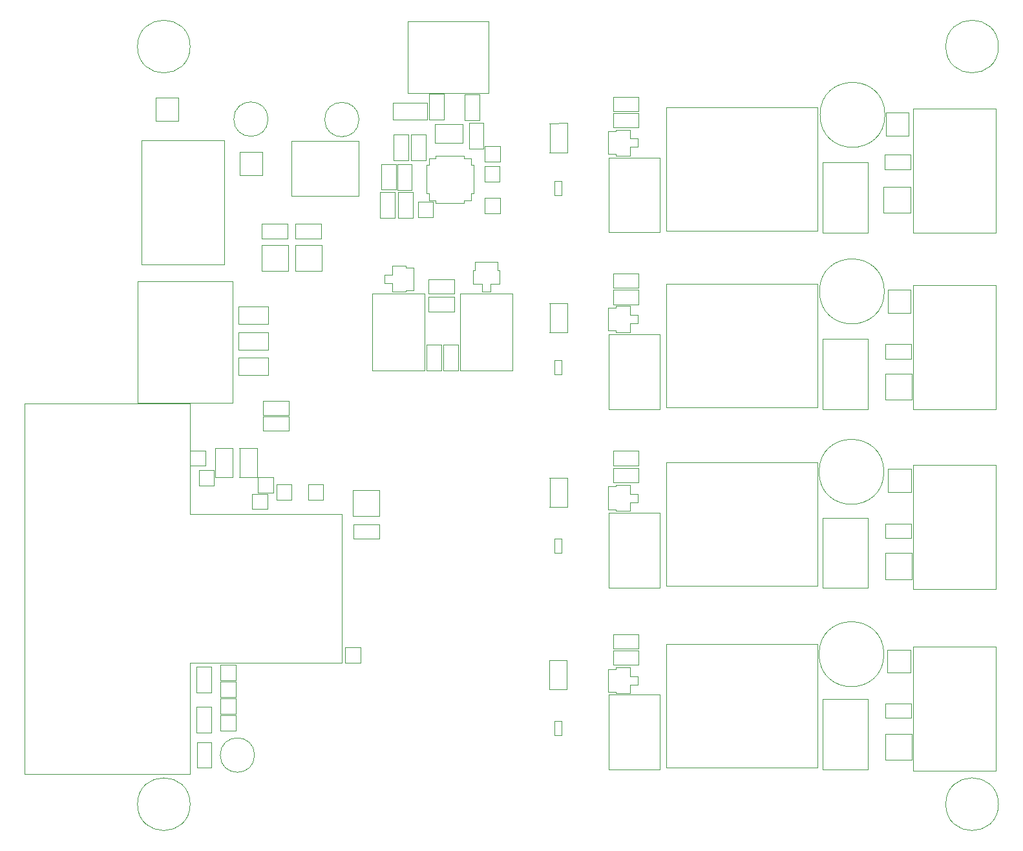
<source format=gbr>
G04 #@! TF.GenerationSoftware,KiCad,Pcbnew,9.0.2*
G04 #@! TF.CreationDate,2025-06-16T21:06:24+01:00*
G04 #@! TF.ProjectId,WS2812B_strip_driver_wled,57533238-3132-4425-9f73-747269705f64,rev?*
G04 #@! TF.SameCoordinates,Original*
G04 #@! TF.FileFunction,Other,User*
%FSLAX46Y46*%
G04 Gerber Fmt 4.6, Leading zero omitted, Abs format (unit mm)*
G04 Created by KiCad (PCBNEW 9.0.2) date 2025-06-16 21:06:24*
%MOMM*%
%LPD*%
G01*
G04 APERTURE LIST*
%ADD10C,0.050000*%
G04 APERTURE END LIST*
D10*
G04 #@! TO.C,Q1*
X74817500Y-88489503D02*
X75847500Y-88489503D01*
X74817500Y-91489503D02*
X74817500Y-88489503D01*
X75847500Y-88289503D02*
X77647500Y-88289503D01*
X75847500Y-88489503D02*
X75847500Y-88289503D01*
X75847500Y-91489503D02*
X74817500Y-91489503D01*
X75847500Y-91689503D02*
X75847500Y-91489503D01*
X77647500Y-88289503D02*
X77647500Y-89439503D01*
X77647500Y-89439503D02*
X78677500Y-89439503D01*
X77647500Y-90539503D02*
X77647500Y-91689503D01*
X77647500Y-91689503D02*
X75847500Y-91689503D01*
X78677500Y-89439503D02*
X78677500Y-90539503D01*
X78677500Y-90539503D02*
X77647500Y-90539503D01*
G04 #@! TO.C,R5*
X75460000Y-84009183D02*
X78820000Y-84009183D01*
X75460000Y-85909183D02*
X75460000Y-84009183D01*
X78820000Y-84009183D02*
X78820000Y-85909183D01*
X78820000Y-85909183D02*
X75460000Y-85909183D01*
G04 #@! TO.C,R1*
X75460000Y-86089503D02*
X78820000Y-86089503D01*
X75460000Y-87989503D02*
X75460000Y-86089503D01*
X78820000Y-86089503D02*
X78820000Y-87989503D01*
X78820000Y-87989503D02*
X75460000Y-87989503D01*
G04 #@! TO.C,D6*
X74875000Y-91939503D02*
X81575000Y-91939503D01*
X74875000Y-101739503D02*
X74875000Y-91939503D01*
X81575000Y-91939503D02*
X81575000Y-101739503D01*
X81575000Y-101739503D02*
X74875000Y-101739503D01*
G04 #@! TO.C,K1*
X82425000Y-85349503D02*
X82425000Y-101549503D01*
X82425000Y-101549503D02*
X102225000Y-101549503D01*
X102225000Y-85349503D02*
X82425000Y-85349503D01*
X102225000Y-101549503D02*
X102225000Y-85349503D01*
G04 #@! TO.C,J1*
X114790000Y-85534503D02*
X114790000Y-101784503D01*
X114790000Y-101784503D02*
X125600000Y-101784503D01*
X125600000Y-85534503D02*
X114790000Y-85534503D01*
X125600000Y-101784503D02*
X125600000Y-85534503D01*
G04 #@! TO.C,R12*
X111068708Y-91550091D02*
X114428708Y-91550091D01*
X111068708Y-93450091D02*
X111068708Y-91550091D01*
X114428708Y-91550091D02*
X114428708Y-93450091D01*
X114428708Y-93450091D02*
X111068708Y-93450091D01*
G04 #@! TO.C,D1*
X110911208Y-95740091D02*
X114411208Y-95740091D01*
X110911208Y-99140091D02*
X110911208Y-95740091D01*
X114411208Y-95740091D02*
X114411208Y-99140091D01*
X114411208Y-99140091D02*
X110911208Y-99140091D01*
G04 #@! TO.C,F1*
X102920000Y-92584503D02*
X108880000Y-92584503D01*
X102920000Y-101784503D02*
X102920000Y-92584503D01*
X108880000Y-92584503D02*
X108880000Y-101784503D01*
X108880000Y-101784503D02*
X102920000Y-101784503D01*
G04 #@! TO.C,C13*
X111075000Y-86344503D02*
G75*
G02*
X102575000Y-86344503I-4250000J0D01*
G01*
X102575000Y-86344503D02*
G75*
G02*
X111075000Y-86344503I4250000J0D01*
G01*
G04 #@! TO.C,TP_CH1*
X111220000Y-86080000D02*
X111220000Y-89080000D01*
X111220000Y-86080000D02*
X114220000Y-86080000D01*
X114220000Y-89080000D02*
X111220000Y-89080000D01*
X114220000Y-89080000D02*
X114220000Y-86080000D01*
G04 #@! TO.C,R6*
X75460000Y-107109669D02*
X78820000Y-107109669D01*
X75460000Y-109009669D02*
X75460000Y-107109669D01*
X78820000Y-107109669D02*
X78820000Y-109009669D01*
X78820000Y-109009669D02*
X75460000Y-109009669D01*
G04 #@! TO.C,K2*
X82425000Y-108471336D02*
X82425000Y-124671336D01*
X82425000Y-124671336D02*
X102225000Y-124671336D01*
X102225000Y-108471336D02*
X82425000Y-108471336D01*
X102225000Y-124671336D02*
X102225000Y-108471336D01*
G04 #@! TO.C,D7*
X74875000Y-115061336D02*
X81575000Y-115061336D01*
X74875000Y-124861336D02*
X74875000Y-115061336D01*
X81575000Y-115061336D02*
X81575000Y-124861336D01*
X81575000Y-124861336D02*
X74875000Y-124861336D01*
G04 #@! TO.C,D2*
X111090000Y-120259669D02*
X114590000Y-120259669D01*
X111090000Y-123659669D02*
X111090000Y-120259669D01*
X114590000Y-120259669D02*
X114590000Y-123659669D01*
X114590000Y-123659669D02*
X111090000Y-123659669D01*
G04 #@! TO.C,C12*
X111000000Y-109459669D02*
G75*
G02*
X102500000Y-109459669I-4250000J0D01*
G01*
X102500000Y-109459669D02*
G75*
G02*
X111000000Y-109459669I4250000J0D01*
G01*
G04 #@! TO.C,R2*
X75460000Y-109259669D02*
X78820000Y-109259669D01*
X75460000Y-111159669D02*
X75460000Y-109259669D01*
X78820000Y-109259669D02*
X78820000Y-111159669D01*
X78820000Y-111159669D02*
X75460000Y-111159669D01*
G04 #@! TO.C,F2*
X102920000Y-115706336D02*
X108880000Y-115706336D01*
X102920000Y-124906336D02*
X102920000Y-115706336D01*
X108880000Y-115706336D02*
X108880000Y-124906336D01*
X108880000Y-124906336D02*
X102920000Y-124906336D01*
G04 #@! TO.C,R11*
X111160000Y-116369669D02*
X114520000Y-116369669D01*
X111160000Y-118269669D02*
X111160000Y-116369669D01*
X114520000Y-116369669D02*
X114520000Y-118269669D01*
X114520000Y-118269669D02*
X111160000Y-118269669D01*
G04 #@! TO.C,J2*
X114790000Y-108656336D02*
X114790000Y-124906336D01*
X114790000Y-124906336D02*
X125600000Y-124906336D01*
X125600000Y-108656336D02*
X114790000Y-108656336D01*
X125600000Y-124906336D02*
X125600000Y-108656336D01*
G04 #@! TO.C,TP_CH2*
X111460000Y-109256336D02*
X111460000Y-112256336D01*
X111460000Y-109256336D02*
X114460000Y-109256336D01*
X114460000Y-112256336D02*
X111460000Y-112256336D01*
X114460000Y-112256336D02*
X114460000Y-109256336D01*
G04 #@! TO.C,Q2*
X74817500Y-111589669D02*
X75847500Y-111589669D01*
X74817500Y-114589669D02*
X74817500Y-111589669D01*
X75847500Y-111389669D02*
X77647500Y-111389669D01*
X75847500Y-111589669D02*
X75847500Y-111389669D01*
X75847500Y-114589669D02*
X74817500Y-114589669D01*
X75847500Y-114789669D02*
X75847500Y-114589669D01*
X77647500Y-111389669D02*
X77647500Y-112539669D01*
X77647500Y-112539669D02*
X78677500Y-112539669D01*
X77647500Y-113639669D02*
X77647500Y-114789669D01*
X77647500Y-114789669D02*
X75847500Y-114789669D01*
X78677500Y-112539669D02*
X78677500Y-113639669D01*
X78677500Y-113639669D02*
X77647500Y-113639669D01*
G04 #@! TO.C,TP_EN_CH4*
X69431420Y-157733090D02*
X69431420Y-161586910D01*
X67145420Y-157733090D02*
X67145420Y-161586910D01*
X67144780Y-157733090D02*
X69431420Y-157726110D01*
X67144780Y-161593890D02*
X69431420Y-161586910D01*
G04 #@! TO.C,D10*
X41370000Y-135450000D02*
X44870000Y-135450000D01*
X41370000Y-138850000D02*
X41370000Y-135450000D01*
X44870000Y-135450000D02*
X44870000Y-138850000D01*
X44870000Y-138850000D02*
X41370000Y-138850000D01*
G04 #@! TO.C,C10*
X110940000Y-133082485D02*
G75*
G02*
X102440000Y-133082485I-4250000J0D01*
G01*
X102440000Y-133082485D02*
G75*
G02*
X110940000Y-133082485I4250000J0D01*
G01*
G04 #@! TO.C,C2*
X30260000Y-86905199D02*
G75*
G02*
X25760000Y-86905199I-2250000J0D01*
G01*
X25760000Y-86905199D02*
G75*
G02*
X30260000Y-86905199I2250000J0D01*
G01*
G04 #@! TO.C,H1*
X20050000Y-77400000D02*
G75*
G02*
X13150000Y-77400000I-3450000J0D01*
G01*
X13150000Y-77400000D02*
G75*
G02*
X20050000Y-77400000I3450000J0D01*
G01*
G04 #@! TO.C,R7*
X75460000Y-130349834D02*
X78820000Y-130349834D01*
X75460000Y-132249834D02*
X75460000Y-130349834D01*
X78820000Y-130349834D02*
X78820000Y-132249834D01*
X78820000Y-132249834D02*
X75460000Y-132249834D01*
G04 #@! TO.C,TP_EN_CH1*
X67147000Y-91303890D02*
X69433640Y-91296910D01*
X67147000Y-87443090D02*
X69433640Y-87436110D01*
X67147640Y-87443090D02*
X67147640Y-91296910D01*
X69433640Y-87443090D02*
X69433640Y-91296910D01*
G04 #@! TO.C,D11*
X52140000Y-87540000D02*
X52140000Y-90040000D01*
X52140000Y-90040000D02*
X55740000Y-90040000D01*
X55740000Y-87540000D02*
X52140000Y-87540000D01*
X55740000Y-90040000D02*
X55740000Y-87540000D01*
G04 #@! TO.C,TP_DCD1*
X58640000Y-90480000D02*
X58640000Y-92480000D01*
X58640000Y-90480000D02*
X60640000Y-90480000D01*
X60640000Y-92480000D02*
X58640000Y-92480000D01*
X60640000Y-92480000D02*
X60640000Y-90480000D01*
G04 #@! TO.C,SW2*
X55461595Y-119817172D02*
X55461595Y-109717172D01*
X55461595Y-119817172D02*
X62261595Y-119817172D01*
X62261595Y-109717172D02*
X55461595Y-109717172D01*
X62261595Y-119817172D02*
X62261595Y-109717172D01*
G04 #@! TO.C,C4*
X20860000Y-158605000D02*
X22820000Y-158605000D01*
X20860000Y-162005000D02*
X20860000Y-158605000D01*
X22820000Y-158605000D02*
X22820000Y-162005000D01*
X22820000Y-162005000D02*
X20860000Y-162005000D01*
G04 #@! TO.C,U1*
X20045000Y-138630000D02*
X39895000Y-138630000D01*
X39895000Y-158130000D01*
X20045000Y-158130000D01*
X20045000Y-172630000D01*
X-1645000Y-172630000D01*
X-1645000Y-124130000D01*
X20045000Y-124130000D01*
X20045000Y-138630000D01*
G04 #@! TO.C,F4*
X102920000Y-162872500D02*
X108880000Y-162872500D01*
X102920000Y-172072500D02*
X102920000Y-162872500D01*
X108880000Y-162872500D02*
X108880000Y-172072500D01*
X108880000Y-172072500D02*
X102920000Y-172072500D01*
G04 #@! TO.C,C11*
X110940000Y-156960000D02*
G75*
G02*
X102440000Y-156960000I-4250000J0D01*
G01*
X102440000Y-156960000D02*
G75*
G02*
X110940000Y-156960000I4250000J0D01*
G01*
G04 #@! TO.C,R17*
X47302500Y-96470000D02*
X49202500Y-96470000D01*
X47302500Y-99830000D02*
X47302500Y-96470000D01*
X49202500Y-96470000D02*
X49202500Y-99830000D01*
X49202500Y-99830000D02*
X47302500Y-99830000D01*
G04 #@! TO.C,R19*
X51259095Y-107852172D02*
X54619095Y-107852172D01*
X51259095Y-109752172D02*
X51259095Y-107852172D01*
X54619095Y-107852172D02*
X54619095Y-109752172D01*
X54619095Y-109752172D02*
X51259095Y-109752172D01*
G04 #@! TO.C,TP_TXD0*
X23296680Y-129953090D02*
X25583320Y-129946110D01*
X23296680Y-133813890D02*
X25583320Y-133806910D01*
X23297320Y-129953090D02*
X23297320Y-133806910D01*
X25583320Y-129953090D02*
X25583320Y-133806910D01*
G04 #@! TO.C,TP_RXD0*
X26506680Y-129953090D02*
X28793320Y-129946110D01*
X26506680Y-133813890D02*
X28793320Y-133806910D01*
X26507320Y-129953090D02*
X26507320Y-133806910D01*
X28793320Y-129953090D02*
X28793320Y-133806910D01*
G04 #@! TO.C,R8*
X75460000Y-154330000D02*
X78820000Y-154330000D01*
X75460000Y-156230000D02*
X75460000Y-154330000D01*
X78820000Y-154330000D02*
X78820000Y-156230000D01*
X78820000Y-156230000D02*
X75460000Y-156230000D01*
G04 #@! TO.C,R27*
X56040000Y-83695000D02*
X57940000Y-83695000D01*
X56040000Y-87055000D02*
X56040000Y-83695000D01*
X57940000Y-83695000D02*
X57940000Y-87055000D01*
X57940000Y-87055000D02*
X56040000Y-87055000D01*
G04 #@! TO.C,TP_CH4*
X111410000Y-156400000D02*
X111410000Y-159400000D01*
X111410000Y-156400000D02*
X114410000Y-156400000D01*
X114410000Y-159400000D02*
X111410000Y-159400000D01*
X114410000Y-159400000D02*
X114410000Y-156400000D01*
G04 #@! TO.C,J4*
X114790000Y-155945000D02*
X114790000Y-172195000D01*
X114790000Y-172195000D02*
X125600000Y-172195000D01*
X125600000Y-155945000D02*
X114790000Y-155945000D01*
X125600000Y-172195000D02*
X125600000Y-155945000D01*
G04 #@! TO.C,J8*
X48530000Y-83495000D02*
X48530000Y-74075000D01*
X59170000Y-74075000D02*
X48530000Y-74075000D01*
X59170000Y-83495000D02*
X48530000Y-83495000D01*
X59170000Y-83495000D02*
X59170000Y-74075000D01*
G04 #@! TO.C,TP_IO23*
X20070000Y-130300000D02*
X20070000Y-132300000D01*
X20070000Y-130300000D02*
X22070000Y-130300000D01*
X22070000Y-132300000D02*
X20070000Y-132300000D01*
X22070000Y-132300000D02*
X22070000Y-130300000D01*
G04 #@! TO.C,TP_DSR1*
X58610000Y-95090000D02*
X58610000Y-93090000D01*
X58610000Y-95090000D02*
X60610000Y-95090000D01*
X60610000Y-93090000D02*
X58610000Y-93090000D01*
X60610000Y-93090000D02*
X60610000Y-95090000D01*
G04 #@! TO.C,R23*
X44950000Y-96470000D02*
X46850000Y-96470000D01*
X44950000Y-99830000D02*
X44950000Y-96470000D01*
X46850000Y-96470000D02*
X46850000Y-99830000D01*
X46850000Y-99830000D02*
X44950000Y-99830000D01*
G04 #@! TO.C,J5*
X13700000Y-89690000D02*
X13700000Y-105940000D01*
X13700000Y-105940000D02*
X24510000Y-105940000D01*
X24510000Y-89690000D02*
X13700000Y-89690000D01*
X24510000Y-105940000D02*
X24510000Y-89690000D01*
G04 #@! TO.C,U2*
X33300000Y-89775000D02*
X33300000Y-96975000D01*
X33300000Y-96975000D02*
X42100000Y-96975000D01*
X42100000Y-89775000D02*
X33300000Y-89775000D01*
X42100000Y-96975000D02*
X42100000Y-89775000D01*
G04 #@! TO.C,D8*
X74875000Y-138446917D02*
X81575000Y-138446917D01*
X74875000Y-148246917D02*
X74875000Y-138446917D01*
X81575000Y-138446917D02*
X81575000Y-148246917D01*
X81575000Y-148246917D02*
X74875000Y-148246917D01*
G04 #@! TO.C,H3*
X20050000Y-176600000D02*
G75*
G02*
X13150000Y-176600000I-3450000J0D01*
G01*
X13150000Y-176600000D02*
G75*
G02*
X20050000Y-176600000I3450000J0D01*
G01*
G04 #@! TO.C,D13*
X33800000Y-103380000D02*
X37300000Y-103380000D01*
X33800000Y-106780000D02*
X33800000Y-103380000D01*
X37300000Y-103380000D02*
X37300000Y-106780000D01*
X37300000Y-106780000D02*
X33800000Y-106780000D01*
G04 #@! TO.C,R13*
X29433793Y-100644412D02*
X32793793Y-100644412D01*
X29433793Y-102544412D02*
X29433793Y-100644412D01*
X32793793Y-100644412D02*
X32793793Y-102544412D01*
X32793793Y-102544412D02*
X29433793Y-102544412D01*
G04 #@! TO.C,C5*
X46710000Y-88910000D02*
X48670000Y-88910000D01*
X46710000Y-92310000D02*
X46710000Y-88910000D01*
X48670000Y-88910000D02*
X48670000Y-92310000D01*
X48670000Y-92310000D02*
X46710000Y-92310000D01*
G04 #@! TO.C,TP_IO_VP1*
X24025000Y-158350000D02*
X24025000Y-160350000D01*
X24025000Y-158350000D02*
X26025000Y-158350000D01*
X26025000Y-160350000D02*
X24025000Y-160350000D01*
X26025000Y-160350000D02*
X26025000Y-158350000D01*
G04 #@! TO.C,K4*
X82425000Y-155637500D02*
X82425000Y-171837500D01*
X82425000Y-171837500D02*
X102225000Y-171837500D01*
X102225000Y-155637500D02*
X82425000Y-155637500D01*
X102225000Y-171837500D02*
X102225000Y-155637500D01*
G04 #@! TO.C,R29*
X67750000Y-165690000D02*
X68690000Y-165690000D01*
X67750000Y-167550000D02*
X67750000Y-165690000D01*
X68690000Y-165690000D02*
X68690000Y-167550000D01*
X68690000Y-167550000D02*
X67750000Y-167550000D01*
G04 #@! TO.C,R3*
X75460000Y-132579834D02*
X78820000Y-132579834D01*
X75460000Y-134479834D02*
X75460000Y-132579834D01*
X78820000Y-132579834D02*
X78820000Y-134479834D01*
X78820000Y-134479834D02*
X75460000Y-134479834D01*
G04 #@! TO.C,U3*
X50990000Y-92895000D02*
X51340000Y-92895000D01*
X50990000Y-96655000D02*
X50990000Y-92895000D01*
X51340000Y-92025000D02*
X52210000Y-92025000D01*
X51340000Y-92895000D02*
X51340000Y-92025000D01*
X51340000Y-96655000D02*
X50990000Y-96655000D01*
X51340000Y-97525000D02*
X51340000Y-96655000D01*
X52210000Y-91675000D02*
X55970000Y-91675000D01*
X52210000Y-92025000D02*
X52210000Y-91675000D01*
X52210000Y-97525000D02*
X51340000Y-97525000D01*
X52210000Y-97875000D02*
X52210000Y-97525000D01*
X55970000Y-91675000D02*
X55970000Y-92025000D01*
X55970000Y-92025000D02*
X56840000Y-92025000D01*
X55970000Y-97525000D02*
X55970000Y-97875000D01*
X55970000Y-97875000D02*
X52210000Y-97875000D01*
X56840000Y-92025000D02*
X56840000Y-92895000D01*
X56840000Y-92895000D02*
X57190000Y-92895000D01*
X56840000Y-96655000D02*
X56840000Y-97525000D01*
X56840000Y-97525000D02*
X55970000Y-97525000D01*
X57190000Y-92895000D02*
X57190000Y-96655000D01*
X57190000Y-96655000D02*
X56840000Y-96655000D01*
G04 #@! TO.C,TP_IO4*
X35490000Y-134730000D02*
X35490000Y-136730000D01*
X35490000Y-134730000D02*
X37490000Y-134730000D01*
X37490000Y-136730000D02*
X35490000Y-136730000D01*
X37490000Y-136730000D02*
X37490000Y-134730000D01*
G04 #@! TO.C,TP_IO5*
X31365000Y-134730000D02*
X31365000Y-136730000D01*
X31365000Y-134730000D02*
X33365000Y-134730000D01*
X33365000Y-136730000D02*
X31365000Y-136730000D01*
X33365000Y-136730000D02*
X33365000Y-134730000D01*
G04 #@! TO.C,Q6*
X57149095Y-106667172D02*
X57349095Y-106667172D01*
X57149095Y-108467172D02*
X57149095Y-106667172D01*
X57349095Y-105637172D02*
X60349095Y-105637172D01*
X57349095Y-106667172D02*
X57349095Y-105637172D01*
X58299095Y-108467172D02*
X57149095Y-108467172D01*
X58299095Y-109497172D02*
X58299095Y-108467172D01*
X59399095Y-108467172D02*
X59399095Y-109497172D01*
X59399095Y-109497172D02*
X58299095Y-109497172D01*
X60349095Y-105637172D02*
X60349095Y-106667172D01*
X60349095Y-106667172D02*
X60549095Y-106667172D01*
X60549095Y-106667172D02*
X60549095Y-108467172D01*
X60549095Y-108467172D02*
X59399095Y-108467172D01*
G04 #@! TO.C,R25*
X67760000Y-118470000D02*
X68700000Y-118470000D01*
X67760000Y-120330000D02*
X67760000Y-118470000D01*
X68700000Y-118470000D02*
X68700000Y-120330000D01*
X68700000Y-120330000D02*
X67760000Y-120330000D01*
G04 #@! TO.C,TP_IO26*
X40340000Y-156080000D02*
X40340000Y-158080000D01*
X40340000Y-156080000D02*
X42340000Y-156080000D01*
X42340000Y-158080000D02*
X40340000Y-158080000D01*
X42340000Y-158080000D02*
X42340000Y-156080000D01*
G04 #@! TO.C,Q5*
X45487500Y-107270000D02*
X46517500Y-107270000D01*
X45487500Y-108370000D02*
X45487500Y-107270000D01*
X46517500Y-106120000D02*
X48317500Y-106120000D01*
X46517500Y-107270000D02*
X46517500Y-106120000D01*
X46517500Y-108370000D02*
X45487500Y-108370000D01*
X46517500Y-109520000D02*
X46517500Y-108370000D01*
X48317500Y-106120000D02*
X48317500Y-106320000D01*
X48317500Y-106320000D02*
X49347500Y-106320000D01*
X48317500Y-109320000D02*
X48317500Y-109520000D01*
X48317500Y-109520000D02*
X46517500Y-109520000D01*
X49347500Y-106320000D02*
X49347500Y-109320000D01*
X49347500Y-109320000D02*
X48317500Y-109320000D01*
G04 #@! TO.C,TP_EN_CH2*
X67147000Y-114863890D02*
X69433640Y-114856910D01*
X67147000Y-111003090D02*
X69433640Y-110996110D01*
X67147640Y-111003090D02*
X67147640Y-114856910D01*
X69433640Y-111003090D02*
X69433640Y-114856910D01*
G04 #@! TO.C,H4*
X125950000Y-176600000D02*
G75*
G02*
X119050000Y-176600000I-3450000J0D01*
G01*
X119050000Y-176600000D02*
G75*
G02*
X125950000Y-176600000I3450000J0D01*
G01*
G04 #@! TO.C,D4*
X111090000Y-167400000D02*
X114590000Y-167400000D01*
X111090000Y-170800000D02*
X111090000Y-167400000D01*
X114590000Y-167400000D02*
X114590000Y-170800000D01*
X114590000Y-170800000D02*
X111090000Y-170800000D01*
G04 #@! TO.C,K3*
X82425000Y-131856917D02*
X82425000Y-148056917D01*
X82425000Y-148056917D02*
X102225000Y-148056917D01*
X102225000Y-131856917D02*
X82425000Y-131856917D01*
X102225000Y-148056917D02*
X102225000Y-131856917D01*
G04 #@! TO.C,TP_IO35*
X24025000Y-166950000D02*
X24025000Y-164950000D01*
X24025000Y-166950000D02*
X26025000Y-166950000D01*
X26025000Y-164950000D02*
X24025000Y-164950000D01*
X26025000Y-164950000D02*
X26025000Y-166950000D01*
G04 #@! TO.C,TP1*
X15540000Y-84110000D02*
X15540000Y-87110000D01*
X15540000Y-84110000D02*
X18540000Y-84110000D01*
X18540000Y-87110000D02*
X15540000Y-87110000D01*
X18540000Y-87110000D02*
X18540000Y-84110000D01*
G04 #@! TO.C,TP14*
X26398090Y-118131360D02*
X30251910Y-118131360D01*
X26398090Y-120417360D02*
X30251910Y-120417360D01*
X26398090Y-120418000D02*
X26391110Y-118131360D01*
X30258890Y-120418000D02*
X30251910Y-118131360D01*
G04 #@! TO.C,R10*
X111160000Y-139869834D02*
X114520000Y-139869834D01*
X111160000Y-141769834D02*
X111160000Y-139869834D01*
X114520000Y-139869834D02*
X114520000Y-141769834D01*
X114520000Y-141769834D02*
X111160000Y-141769834D01*
G04 #@! TO.C,TP_IO22*
X21200000Y-132880000D02*
X21200000Y-134880000D01*
X21200000Y-132880000D02*
X23200000Y-132880000D01*
X23200000Y-134880000D02*
X21200000Y-134880000D01*
X23200000Y-134880000D02*
X23200000Y-132880000D01*
G04 #@! TO.C,TP_IO_VN1*
X24025000Y-162550000D02*
X24025000Y-160550000D01*
X24025000Y-162550000D02*
X26025000Y-162550000D01*
X26025000Y-160550000D02*
X24025000Y-160550000D01*
X26025000Y-160550000D02*
X26025000Y-162550000D01*
G04 #@! TO.C,R4*
X75460000Y-156480000D02*
X78820000Y-156480000D01*
X75460000Y-158380000D02*
X75460000Y-156480000D01*
X78820000Y-156480000D02*
X78820000Y-158380000D01*
X78820000Y-158380000D02*
X75460000Y-158380000D01*
G04 #@! TO.C,R14*
X56580000Y-87410000D02*
X58480000Y-87410000D01*
X56580000Y-90770000D02*
X56580000Y-87410000D01*
X58480000Y-87410000D02*
X58480000Y-90770000D01*
X58480000Y-90770000D02*
X56580000Y-90770000D01*
G04 #@! TO.C,C9*
X51000532Y-116417172D02*
X52960532Y-116417172D01*
X51000532Y-119817172D02*
X51000532Y-116417172D01*
X52960532Y-116417172D02*
X52960532Y-119817172D01*
X52960532Y-119817172D02*
X51000532Y-119817172D01*
G04 #@! TO.C,SW1*
X43930000Y-109717172D02*
X43930000Y-119817172D01*
X43930000Y-119817172D02*
X50730000Y-119817172D01*
X50730000Y-109717172D02*
X43930000Y-109717172D01*
X50730000Y-109717172D02*
X50730000Y-119817172D01*
G04 #@! TO.C,H2*
X125950000Y-77400000D02*
G75*
G02*
X119050000Y-77400000I-3450000J0D01*
G01*
X119050000Y-77400000D02*
G75*
G02*
X125950000Y-77400000I3450000J0D01*
G01*
G04 #@! TO.C,R41*
X33820000Y-100625000D02*
X37180000Y-100625000D01*
X33820000Y-102525000D02*
X33820000Y-100625000D01*
X37180000Y-100625000D02*
X37180000Y-102525000D01*
X37180000Y-102525000D02*
X33820000Y-102525000D01*
G04 #@! TO.C,TP_CTS1*
X58660000Y-99250000D02*
X58660000Y-97250000D01*
X58660000Y-99250000D02*
X60660000Y-99250000D01*
X60660000Y-97250000D02*
X58660000Y-97250000D01*
X60660000Y-97250000D02*
X60660000Y-99250000D01*
G04 #@! TO.C,R15*
X45120000Y-92780000D02*
X47020000Y-92780000D01*
X45120000Y-96140000D02*
X45120000Y-92780000D01*
X47020000Y-92780000D02*
X47020000Y-96140000D01*
X47020000Y-96140000D02*
X45120000Y-96140000D01*
G04 #@! TO.C,R18*
X20920000Y-168470000D02*
X22820000Y-168470000D01*
X20920000Y-171830000D02*
X20920000Y-168470000D01*
X22820000Y-168470000D02*
X22820000Y-171830000D01*
X22820000Y-171830000D02*
X20920000Y-171830000D01*
G04 #@! TO.C,R20*
X51259095Y-110177172D02*
X54619095Y-110177172D01*
X51259095Y-112077172D02*
X51259095Y-110177172D01*
X54619095Y-110177172D02*
X54619095Y-112077172D01*
X54619095Y-112077172D02*
X51259095Y-112077172D01*
G04 #@! TO.C,D12*
X46610000Y-84790000D02*
X46610000Y-86990000D01*
X46610000Y-84790000D02*
X51110000Y-84790000D01*
X51110000Y-84790000D02*
X51110000Y-86990000D01*
X51110000Y-86990000D02*
X46610000Y-86990000D01*
G04 #@! TO.C,D3*
X111090000Y-143729834D02*
X114590000Y-143729834D01*
X111090000Y-147129834D02*
X111090000Y-143729834D01*
X114590000Y-143729834D02*
X114590000Y-147129834D01*
X114590000Y-147129834D02*
X111090000Y-147129834D01*
G04 #@! TO.C,C8*
X53231063Y-116417172D02*
X55191063Y-116417172D01*
X53231063Y-119817172D02*
X53231063Y-116417172D01*
X55191063Y-116417172D02*
X55191063Y-119817172D01*
X55191063Y-119817172D02*
X53231063Y-119817172D01*
G04 #@! TO.C,R26*
X67760000Y-141870000D02*
X68700000Y-141870000D01*
X67760000Y-143730000D02*
X67760000Y-141870000D01*
X68700000Y-141870000D02*
X68700000Y-143730000D01*
X68700000Y-143730000D02*
X67760000Y-143730000D01*
G04 #@! TO.C,J3*
X114790000Y-132164417D02*
X114790000Y-148414417D01*
X114790000Y-148414417D02*
X125600000Y-148414417D01*
X125600000Y-132164417D02*
X114790000Y-132164417D01*
X125600000Y-148414417D02*
X125600000Y-132164417D01*
G04 #@! TO.C,R42*
X41490000Y-139965000D02*
X44850000Y-139965000D01*
X41490000Y-141865000D02*
X41490000Y-139965000D01*
X44850000Y-139965000D02*
X44850000Y-141865000D01*
X44850000Y-141865000D02*
X41490000Y-141865000D01*
G04 #@! TO.C,C7*
X20885000Y-163855000D02*
X22845000Y-163855000D01*
X20885000Y-167255000D02*
X20885000Y-163855000D01*
X22845000Y-163855000D02*
X22845000Y-167255000D01*
X22845000Y-167255000D02*
X20885000Y-167255000D01*
G04 #@! TO.C,R16*
X47200000Y-92800000D02*
X49100000Y-92800000D01*
X47200000Y-96160000D02*
X47200000Y-92800000D01*
X49100000Y-92800000D02*
X49100000Y-96160000D01*
X49100000Y-96160000D02*
X47200000Y-96160000D01*
G04 #@! TO.C,TP_CH3*
X111490000Y-132703167D02*
X111490000Y-135703167D01*
X111490000Y-132703167D02*
X114490000Y-132703167D01*
X114490000Y-135703167D02*
X111490000Y-135703167D01*
X114490000Y-135703167D02*
X114490000Y-132703167D01*
G04 #@! TO.C,C1*
X42170000Y-86960000D02*
G75*
G02*
X37670000Y-86960000I-2250000J0D01*
G01*
X37670000Y-86960000D02*
G75*
G02*
X42170000Y-86960000I2250000J0D01*
G01*
G04 #@! TO.C,TP_SUS1*
X49880000Y-99730000D02*
X49880000Y-97730000D01*
X49880000Y-99730000D02*
X51880000Y-99730000D01*
X51880000Y-97730000D02*
X49880000Y-97730000D01*
X51880000Y-97730000D02*
X51880000Y-99730000D01*
G04 #@! TO.C,R21*
X29612500Y-123790000D02*
X32972500Y-123790000D01*
X29612500Y-125690000D02*
X29612500Y-123790000D01*
X32972500Y-123790000D02*
X32972500Y-125690000D01*
X32972500Y-125690000D02*
X29612500Y-125690000D01*
G04 #@! TO.C,F3*
X102920000Y-139091917D02*
X108880000Y-139091917D01*
X102920000Y-148291917D02*
X102920000Y-139091917D01*
X108880000Y-139091917D02*
X108880000Y-148291917D01*
X108880000Y-148291917D02*
X102920000Y-148291917D01*
G04 #@! TO.C,TP2*
X26520000Y-91230000D02*
X26520000Y-94230000D01*
X26520000Y-91230000D02*
X29520000Y-91230000D01*
X29520000Y-94230000D02*
X26520000Y-94230000D01*
X29520000Y-94230000D02*
X29520000Y-91230000D01*
G04 #@! TO.C,TP_IO34*
X24025000Y-164750000D02*
X24025000Y-162750000D01*
X24025000Y-164750000D02*
X26025000Y-164750000D01*
X26025000Y-162750000D02*
X24025000Y-162750000D01*
X26025000Y-162750000D02*
X26025000Y-164750000D01*
G04 #@! TO.C,J6*
X13150000Y-108150000D02*
X13150000Y-124050000D01*
X13150000Y-124050000D02*
X25650000Y-124050000D01*
X25650000Y-108150000D02*
X13150000Y-108150000D01*
X25650000Y-124050000D02*
X25650000Y-108150000D01*
G04 #@! TO.C,TP13*
X26398090Y-111481680D02*
X30251910Y-111481680D01*
X26398090Y-113767680D02*
X30251910Y-113767680D01*
X26398090Y-113768320D02*
X26391110Y-111481680D01*
X30258890Y-113768320D02*
X30251910Y-111481680D01*
G04 #@! TO.C,R28*
X51370000Y-83570000D02*
X53270000Y-83570000D01*
X51370000Y-86930000D02*
X51370000Y-83570000D01*
X53270000Y-83570000D02*
X53270000Y-86930000D01*
X53270000Y-86930000D02*
X51370000Y-86930000D01*
G04 #@! TO.C,D5*
X29413793Y-103359412D02*
X32913793Y-103359412D01*
X29413793Y-106759412D02*
X29413793Y-103359412D01*
X32913793Y-103359412D02*
X32913793Y-106759412D01*
X32913793Y-106759412D02*
X29413793Y-106759412D01*
G04 #@! TO.C,D9*
X74875000Y-162227500D02*
X81575000Y-162227500D01*
X74875000Y-172027500D02*
X74875000Y-162227500D01*
X81575000Y-162227500D02*
X81575000Y-172027500D01*
X81575000Y-172027500D02*
X74875000Y-172027500D01*
G04 #@! TO.C,TP_IO21*
X28150000Y-135970000D02*
X28150000Y-137970000D01*
X28150000Y-135970000D02*
X30150000Y-135970000D01*
X30150000Y-137970000D02*
X28150000Y-137970000D01*
X30150000Y-137970000D02*
X30150000Y-135970000D01*
G04 #@! TO.C,R9*
X111160000Y-163430000D02*
X114520000Y-163430000D01*
X111160000Y-165330000D02*
X111160000Y-163430000D01*
X114520000Y-163430000D02*
X114520000Y-165330000D01*
X114520000Y-165330000D02*
X111160000Y-165330000D01*
G04 #@! TO.C,R22*
X29612500Y-125815000D02*
X32972500Y-125815000D01*
X29612500Y-127715000D02*
X29612500Y-125815000D01*
X32972500Y-125815000D02*
X32972500Y-127715000D01*
X32972500Y-127715000D02*
X29612500Y-127715000D01*
G04 #@! TO.C,TP_EN_CH3*
X67147000Y-137711200D02*
X69433640Y-137704220D01*
X67147000Y-133850400D02*
X69433640Y-133843420D01*
X67147640Y-133850400D02*
X67147640Y-137704220D01*
X69433640Y-133850400D02*
X69433640Y-137704220D01*
G04 #@! TO.C,TP15*
X26398090Y-114806520D02*
X30251910Y-114806520D01*
X26398090Y-117092520D02*
X30251910Y-117092520D01*
X26398090Y-117093160D02*
X26391110Y-114806520D01*
X30258890Y-117093160D02*
X30251910Y-114806520D01*
G04 #@! TO.C,TP_IO19*
X28910000Y-133820000D02*
X28910000Y-135820000D01*
X28910000Y-133820000D02*
X30910000Y-133820000D01*
X30910000Y-135820000D02*
X28910000Y-135820000D01*
X30910000Y-135820000D02*
X30910000Y-133820000D01*
G04 #@! TO.C,Q4*
X74817500Y-158900000D02*
X75847500Y-158900000D01*
X74817500Y-161900000D02*
X74817500Y-158900000D01*
X75847500Y-158700000D02*
X77647500Y-158700000D01*
X75847500Y-158900000D02*
X75847500Y-158700000D01*
X75847500Y-161900000D02*
X74817500Y-161900000D01*
X75847500Y-162100000D02*
X75847500Y-161900000D01*
X77647500Y-158700000D02*
X77647500Y-159850000D01*
X77647500Y-159850000D02*
X78677500Y-159850000D01*
X77647500Y-160950000D02*
X77647500Y-162100000D01*
X77647500Y-162100000D02*
X75847500Y-162100000D01*
X78677500Y-159850000D02*
X78677500Y-160950000D01*
X78677500Y-160950000D02*
X77647500Y-160950000D01*
G04 #@! TO.C,C6*
X48960000Y-88935000D02*
X50920000Y-88935000D01*
X48960000Y-92335000D02*
X48960000Y-88935000D01*
X50920000Y-88935000D02*
X50920000Y-92335000D01*
X50920000Y-92335000D02*
X48960000Y-92335000D01*
G04 #@! TO.C,C3*
X28490000Y-170172599D02*
G75*
G02*
X23990000Y-170172599I-2250000J0D01*
G01*
X23990000Y-170172599D02*
G75*
G02*
X28490000Y-170172599I2250000J0D01*
G01*
G04 #@! TO.C,Q3*
X74817500Y-135009834D02*
X75847500Y-135009834D01*
X74817500Y-138009834D02*
X74817500Y-135009834D01*
X75847500Y-134809834D02*
X77647500Y-134809834D01*
X75847500Y-135009834D02*
X75847500Y-134809834D01*
X75847500Y-138009834D02*
X74817500Y-138009834D01*
X75847500Y-138209834D02*
X75847500Y-138009834D01*
X77647500Y-134809834D02*
X77647500Y-135959834D01*
X77647500Y-135959834D02*
X78677500Y-135959834D01*
X77647500Y-137059834D02*
X77647500Y-138209834D01*
X77647500Y-138209834D02*
X75847500Y-138209834D01*
X78677500Y-135959834D02*
X78677500Y-137059834D01*
X78677500Y-137059834D02*
X77647500Y-137059834D01*
G04 #@! TO.C,R24*
X67750000Y-95000000D02*
X68690000Y-95000000D01*
X67750000Y-96860000D02*
X67750000Y-95000000D01*
X68690000Y-95000000D02*
X68690000Y-96860000D01*
X68690000Y-96860000D02*
X67750000Y-96860000D01*
G04 #@! TD*
M02*

</source>
